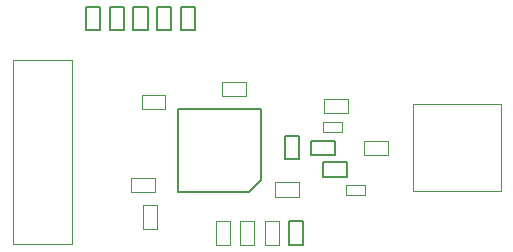
<source format=gbr>
%TF.GenerationSoftware,KiCad,Pcbnew,5.1.9-1.fc33*%
%TF.CreationDate,2021-03-04T20:35:35+03:00*%
%TF.ProjectId,CC2420_module,43433234-3230-45f6-9d6f-64756c652e6b,rev?*%
%TF.SameCoordinates,Original*%
%TF.FileFunction,Other,Fab,Top*%
%FSLAX46Y46*%
G04 Gerber Fmt 4.6, Leading zero omitted, Abs format (unit mm)*
G04 Created by KiCad (PCBNEW 5.1.9-1.fc33) date 2021-03-04 20:35:35*
%MOMM*%
%LPD*%
G01*
G04 APERTURE LIST*
%ADD10C,0.150000*%
%ADD11C,0.100000*%
%ADD12C,0.120000*%
G04 APERTURE END LIST*
D10*
%TO.C,R6*%
X196900000Y-85900000D02*
X198100000Y-85900000D01*
X198100000Y-85900000D02*
X198100000Y-87900000D01*
X198100000Y-87900000D02*
X196900000Y-87900000D01*
X196900000Y-87900000D02*
X196900000Y-85900000D01*
D11*
%TO.C,C5*%
X193350000Y-85900000D02*
X193950000Y-85900000D01*
X193950000Y-85900000D02*
X193950000Y-87900000D01*
X193950000Y-87900000D02*
X192750000Y-87900000D01*
X192750000Y-87900000D02*
X192750000Y-85900000D01*
X192750000Y-85900000D02*
X193350000Y-85900000D01*
%TO.C,C1*%
X190700000Y-85900000D02*
X191300000Y-85900000D01*
X190700000Y-87900000D02*
X190700000Y-85900000D01*
X191900000Y-87900000D02*
X190700000Y-87900000D01*
X191900000Y-85900000D02*
X191900000Y-87900000D01*
X191300000Y-85900000D02*
X191900000Y-85900000D01*
%TO.C,C2*%
X185100000Y-86500000D02*
X184500000Y-86500000D01*
X184500000Y-86500000D02*
X184500000Y-84500000D01*
X184500000Y-84500000D02*
X185700000Y-84500000D01*
X185700000Y-84500000D02*
X185700000Y-86500000D01*
X185700000Y-86500000D02*
X185100000Y-86500000D01*
%TO.C,C3*%
X195700000Y-83800000D02*
X195700000Y-83200000D01*
X197700000Y-83800000D02*
X195700000Y-83800000D01*
X197700000Y-82600000D02*
X197700000Y-83800000D01*
X195700000Y-82600000D02*
X197700000Y-82600000D01*
X195700000Y-83200000D02*
X195700000Y-82600000D01*
%TO.C,C4*%
X194850000Y-85900000D02*
X195450000Y-85900000D01*
X194850000Y-87900000D02*
X194850000Y-85900000D01*
X196050000Y-87900000D02*
X194850000Y-87900000D01*
X196050000Y-85900000D02*
X196050000Y-87900000D01*
X195450000Y-85900000D02*
X196050000Y-85900000D01*
%TO.C,C6*%
X193200000Y-74700000D02*
X193200000Y-75300000D01*
X193200000Y-75300000D02*
X191200000Y-75300000D01*
X191200000Y-75300000D02*
X191200000Y-74100000D01*
X191200000Y-74100000D02*
X193200000Y-74100000D01*
X193200000Y-74100000D02*
X193200000Y-74700000D01*
%TO.C,C7*%
X185500000Y-82200000D02*
X185500000Y-82800000D01*
X183500000Y-82200000D02*
X185500000Y-82200000D01*
X183500000Y-83400000D02*
X183500000Y-82200000D01*
X185500000Y-83400000D02*
X183500000Y-83400000D01*
X185500000Y-82800000D02*
X185500000Y-83400000D01*
%TO.C,C8*%
X186400000Y-75800000D02*
X186400000Y-76400000D01*
X186400000Y-76400000D02*
X184400000Y-76400000D01*
X184400000Y-76400000D02*
X184400000Y-75200000D01*
X184400000Y-75200000D02*
X186400000Y-75200000D01*
X186400000Y-75200000D02*
X186400000Y-75800000D01*
D10*
%TO.C,DA1*%
X187500000Y-83400000D02*
X193500000Y-83400000D01*
X187500000Y-76400000D02*
X187500000Y-83400000D01*
X194500000Y-76400000D02*
X187500000Y-76400000D01*
X194500000Y-82400000D02*
X194500000Y-76400000D01*
X193500000Y-83400000D02*
X194500000Y-82400000D01*
%TO.C,R1*%
X184900000Y-67700000D02*
X184900000Y-69700000D01*
X183700000Y-67700000D02*
X184900000Y-67700000D01*
X183700000Y-69700000D02*
X183700000Y-67700000D01*
X184900000Y-69700000D02*
X183700000Y-69700000D01*
%TO.C,R2*%
X186900000Y-69700000D02*
X185700000Y-69700000D01*
X185700000Y-69700000D02*
X185700000Y-67700000D01*
X185700000Y-67700000D02*
X186900000Y-67700000D01*
X186900000Y-67700000D02*
X186900000Y-69700000D01*
%TO.C,R3*%
X182900000Y-67700000D02*
X182900000Y-69700000D01*
X181700000Y-67700000D02*
X182900000Y-67700000D01*
X181700000Y-69700000D02*
X181700000Y-67700000D01*
X182900000Y-69700000D02*
X181700000Y-69700000D01*
%TO.C,R4*%
X188900000Y-69700000D02*
X187700000Y-69700000D01*
X187700000Y-69700000D02*
X187700000Y-67700000D01*
X187700000Y-67700000D02*
X188900000Y-67700000D01*
X188900000Y-67700000D02*
X188900000Y-69700000D01*
%TO.C,R5*%
X180900000Y-67700000D02*
X180900000Y-69700000D01*
X179700000Y-67700000D02*
X180900000Y-67700000D01*
X179700000Y-69700000D02*
X179700000Y-67700000D01*
X180900000Y-69700000D02*
X179700000Y-69700000D01*
D12*
%TO.C,XP1*%
X173500000Y-87800000D02*
X173500000Y-72200000D01*
X178500000Y-87800000D02*
X173500000Y-87800000D01*
X178500000Y-72200000D02*
X178500000Y-87800000D01*
X173500000Y-72200000D02*
X178500000Y-72200000D01*
%TO.C,XS1*%
X207400000Y-83350000D02*
X207400000Y-79650000D01*
X214800000Y-83350000D02*
X207400000Y-83350000D01*
X214800000Y-75950000D02*
X214800000Y-83350000D01*
X207400000Y-75950000D02*
X214800000Y-75950000D01*
X207400000Y-79650000D02*
X207400000Y-75950000D01*
D11*
%TO.C,C9*%
X201350000Y-77900000D02*
X201350000Y-78350000D01*
X201350000Y-78350000D02*
X199750000Y-78350000D01*
X199750000Y-78350000D02*
X199750000Y-77450000D01*
X199750000Y-77450000D02*
X201350000Y-77450000D01*
X201350000Y-77450000D02*
X201350000Y-77900000D01*
%TO.C,C10*%
X203300000Y-82800000D02*
X203300000Y-83250000D01*
X201700000Y-82800000D02*
X203300000Y-82800000D01*
X201700000Y-83700000D02*
X201700000Y-82800000D01*
X203300000Y-83700000D02*
X201700000Y-83700000D01*
X203300000Y-83250000D02*
X203300000Y-83700000D01*
%TO.C,C11*%
X201850000Y-76150000D02*
X201850000Y-76750000D01*
X201850000Y-76750000D02*
X199850000Y-76750000D01*
X199850000Y-76750000D02*
X199850000Y-75550000D01*
X199850000Y-75550000D02*
X201850000Y-75550000D01*
X201850000Y-75550000D02*
X201850000Y-76150000D01*
%TO.C,C12*%
X205250000Y-79050000D02*
X205250000Y-79650000D01*
X203250000Y-79050000D02*
X205250000Y-79050000D01*
X203250000Y-80250000D02*
X203250000Y-79050000D01*
X205250000Y-80250000D02*
X203250000Y-80250000D01*
X205250000Y-79650000D02*
X205250000Y-80250000D01*
D10*
%TO.C,L1*%
X197700000Y-80650000D02*
X196500000Y-80650000D01*
X196500000Y-80650000D02*
X196500000Y-78650000D01*
X196500000Y-78650000D02*
X197700000Y-78650000D01*
X197700000Y-78650000D02*
X197700000Y-80650000D01*
%TO.C,L2*%
X201750000Y-82100000D02*
X199750000Y-82100000D01*
X201750000Y-80900000D02*
X201750000Y-82100000D01*
X199750000Y-80900000D02*
X201750000Y-80900000D01*
X199750000Y-82100000D02*
X199750000Y-80900000D01*
%TO.C,L3*%
X200750000Y-80250000D02*
X198750000Y-80250000D01*
X200750000Y-79050000D02*
X200750000Y-80250000D01*
X198750000Y-79050000D02*
X200750000Y-79050000D01*
X198750000Y-80250000D02*
X198750000Y-79050000D01*
%TD*%
M02*

</source>
